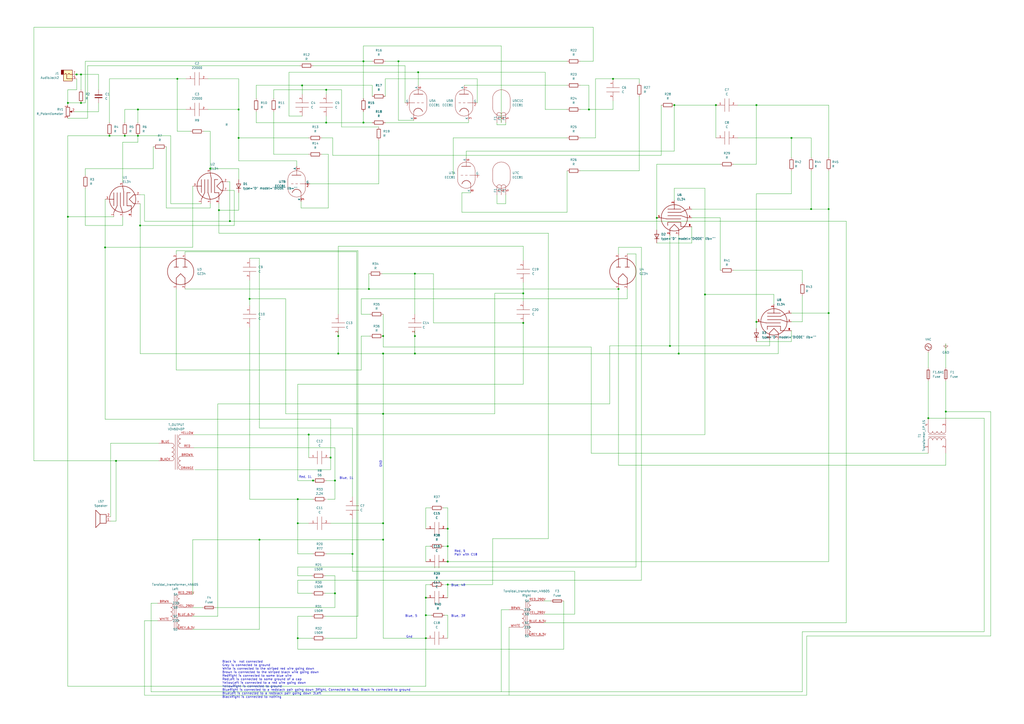
<source format=kicad_sch>
(kicad_sch (version 20211123) (generator eeschema)
  (paper "A2")
  (title_block (title "Tube amplifier") (company "Richard Kraaijenhagen"))
  (lib_symbols
    (symbol "Connector:AudioJack2"
      (property "Reference" "J" (at 0 8.89 0))
      (property "Value" "AudioJack2" (at 0 6.35 0))
      (symbol "AudioJack2_1_1"
        (pin passive line (at 5.08 2.54 180) (length 2.54) (name "~") (number "S"))
        (pin passive line (at 5.08 0 180) (length 2.54) (name "~") (number "T"))
      )
    )
    (symbol "Device:C" (pin_numbers hide) (pin_names (offset 0.254))
      (property "Reference" "C" (at 0.635 2.54 0))
      (property "Value" "C" (at 0.635 -2.54 0))
      (symbol "C_1_1"
        (pin passive line (at 0 3.81 270) (length 2.794) (name "~") (number "1"))
        (pin passive line (at 0 -3.81 90) (length 2.794) (name "~") (number "2"))
      )
    )
    (symbol "Device:Fuse" (pin_numbers hide) (pin_names (offset 0))
      (property "Reference" "F" (at 2.032 0 90))
      (property "Value" "Fuse" (at -1.905 0 90))
      (symbol "Fuse_1_1"
        (pin passive line (at 0 3.81 270) (length 1.27) (name "~") (number "1"))
        (pin passive line (at 0 -3.81 90) (length 1.27) (name "~") (number "2"))
      )
    )
    (symbol "Device:R" (pin_numbers hide) (pin_names (offset 0))
      (property "Reference" "R" (at 2.032 0 90))
      (property "Value" "R" (at 0 0 90))
      (symbol "R_1_1"
        (pin passive line (at 0 3.81 270) (length 1.27) (name "~") (number "1"))
        (pin passive line (at 0 -3.81 90) (length 1.27) (name "~") (number "2"))
      )
    )
    (symbol "Device:R_Potentiometer" (pin_names (offset 1.016) hide)
      (property "Reference" "RV" (at -4.445 0 90))
      (property "Value" "R_Potentiometer" (at -2.54 0 90))
      (symbol "R_Potentiometer_1_1"
        (pin passive line (at 0 3.81 270) (length 1.27) (name "1") (number "1"))
        (pin passive line (at 3.81 0 180) (length 1.27) (name "2") (number "2"))
        (pin passive line (at 0 -3.81 90) (length 1.27) (name "3") (number "3"))
      )
    )
    (symbol "Device:Speaker" (pin_names (offset 0) hide)
      (property "Reference" "LS" (at 1.27 5.715 0))
      (property "Value" "Speaker" (at 1.27 3.81 0))
      (symbol "Speaker_1_1"
        (pin input line (at -5.08 0 0) (length 2.54) (name "1") (number "1"))
        (pin input line (at -5.08 -2.54 0) (length 2.54) (name "2") (number "2"))
      )
    )
    (symbol "Device:Transformer_1P_1S" (pin_names (offset 1.016) hide)
      (property "Reference" "T" (at 0 6.35 0))
      (property "Value" "Transformer_1P_1S" (at 0 -7.62 0))
      (symbol "Transformer_1P_1S_1_1"
        (pin passive line (at -10.16 5.08 0) (length 7.62) (name "AA") (number "1"))
        (pin passive line (at -10.16 -5.08 0) (length 7.62) (name "AB") (number "2"))
        (pin passive line (at 10.16 -5.08 180) (length 7.62) (name "SA") (number "3"))
        (pin passive line (at 10.16 5.08 180) (length 7.62) (name "SB") (number "4"))
      )
    )
    (symbol "Device:Transformer_1P_2S" (pin_names (offset 1.016) hide)
      (property "Reference" "T_OUTPUT" (at 0 15.875 0))
      (property "Value" "VDV6040P" (at 0 13.335 0))
      (symbol "Transformer_1P_2S_1_1"
        (pin passive line (at -10.16 -5.08 0) (length 7.62) (name "Black") (number "BLACK"))
        (pin passive line (at -10.16 5.08 0) (length 7.62) (name "BLUE") (number "BLUE"))
        (pin passive line (at 10.16 -2.54 180) (length 7.62) (name "BROWN") (number "BROWN"))
        (pin passive line (at 10.16 -10.16 180) (length 7.62) (name "SD") (number "ORANGE"))
        (pin passive line (at 10.16 2.54 180) (length 7.62) (name "SB") (number "RED"))
        (pin passive line (at 10.16 10.16 180) (length 7.62) (name "SA") (number "YELLOW"))
      )
    )
    (symbol "Simulation_SPICE:DIODE" (pin_numbers hide) (pin_names (offset 1.016) hide)
      (property "Reference" "D" (at 0 2.54 0))
      (property "Value" "DIODE" (at 0 -2.54 0))
      (symbol "DIODE_1_1"
        (pin passive line (at -3.81 0 0) (length 2.54) (name "A") (number "1"))
        (pin passive line (at 3.81 0 180) (length 2.54) (name "K") (number "2"))
      )
    )
    (symbol "Transformer_1P_2S_1" (pin_names (offset 1.016))
      (property "Reference" "T2" (at 0 15.875 0))
      (property "Value" "Transformer_1P_2S" (at 0 13.335 0))
      (symbol "Transformer_1P_2S_1_1_1"
        (pin passive line (at 10.16 -2.54 180) (length 7.62) (name "SC") (number "BLUE_6.3V"))
        (pin passive line (at -10.16 5.08 0) (length 7.62) (name "230") (number "BRWN"))
        (pin passive line (at 10.16 -10.16 180) (length 7.62) (name "SD") (number "GREY_6.3V"))
        (pin passive line (at 10.16 10.16 180) (length 7.62) (name "SA") (number "RED_290V"))
        (pin passive line (at -10.16 -5.08 0) (length 7.62) (name "230") (number "WHITE"))
        (pin passive line (at 10.16 2.54 180) (length 7.62) (name "SB") (number "YEL_290V"))
      )
    )
    (symbol "Valve:ECC81" (pin_names (offset 0))
      (property "Reference" "U" (at 3.302 7.874 0))
      (property "Value" "ECC81" (at 8.89 -7.62 0))
      (symbol "ECC81_1_1"
        (pin output line (at 0 10.16 270) (length 2.54) (name "A") (number "6"))
        (pin input line (at -7.62 0 0) (length 2.54) (name "G") (number "7"))
        (pin bidirectional line (at -2.54 -10.16 90) (length 2.54) (name "K") (number "8"))
      )
      (symbol "ECC81_2_1"
        (pin output line (at 0 10.16 270) (length 2.54) (name "A") (number "1"))
        (pin input line (at -7.62 0 0) (length 2.54) (name "G") (number "2"))
        (pin bidirectional line (at -2.54 -10.16 90) (length 2.54) (name "K") (number "3"))
      )
      (symbol "ECC81_3_1"
        (pin power_in line (at -2.54 -11.43 90) (length 5.08) (name "F1") (number "4"))
        (pin power_in line (at 2.54 -11.43 90) (length 5.08) (name "F1") (number "5"))
        (pin power_in line (at 0 -11.43 90) (length 5.08) (name "F2") (number "9"))
      )
    )
    (symbol "el34:EL34" (pin_names (offset 1.016))
      (property "Reference" "U" (at 3.81 11.43 0))
      (property "Value" "EL34" (at 3.81 8.89 0))
      (symbol "EL34_0_0"
        (pin passive line (at 10.16 5.08 180) (length 2.54) (name "~") (number "1"))
        (pin passive line (at -2.54 -10.16 90) (length 2.54) (name "~") (number "2"))
        (pin passive line (at 0 10.16 270) (length 2.54) (name "~") (number "3"))
        (pin passive line (at 10.16 0 180) (length 2.54) (name "~") (number "4"))
        (pin passive line (at -10.16 0 0) (length 2.54) (name "~") (number "5"))
        (pin passive line (at 2.54 -10.16 90) (length 2.54) (name "~") (number "7"))
        (pin passive line (at 10.16 -5.08 180) (length 2.54) (name "~") (number "8"))
      )
    )
    (symbol "gz34:GZ34" (pin_names (offset 1.016))
      (property "Reference" "U" (at 3.81 11.43 0))
      (property "Value" "GZ34" (at 3.81 8.89 0))
      (symbol "GZ34_0_0"
        (pin passive line (at -2.54 -10.16 90) (length 2.54) (name "~") (number "1"))
        (pin passive line (at 2.54 -10.16 90) (length 2.54) (name "~") (number "2"))
        (pin passive line (at -2.54 10.16 270) (length 2.54) (name "~") (number "3"))
        (pin passive line (at 2.54 10.16 270) (length 2.54) (name "~") (number "4"))
      )
    )
    (symbol "power:GND" (power) (pin_names (offset 0))
      (property "Value" "GND" (at 0 -3.81 0))
      (symbol "GND_1_1"
        (pin power_in line (at 0 0 270) (length 0) hide (name "GND") (number "1"))
      )
    )
    (symbol "power:VAC" (power) (pin_names (offset 0))
      (property "Value" "VAC" (at 0 6.35 0))
      (symbol "VAC_1_1"
        (pin power_in line (at 0 0 90) (length 0) hide (name "VAC") (number "1"))
      )
    )
    (symbol "pspice:C" (pin_names (offset 0.254))
      (property "Reference" "C" (at 2.54 3.81 90))
      (property "Value" "C" (at 2.54 -3.81 90))
      (symbol "C_1_1"
        (pin passive line (at 0 6.35 270) (length 5.08) (name "~") (number "1"))
        (pin passive line (at 0 -6.35 90) (length 5.08) (name "~") (number "2"))
      )
    )
  )
  (junction (at 303.53 170.18))
  (junction (at 63.5 78.74))
  (junction (at 72.39 78.74))
  (junction (at 175.26 49.53))
  (junction (at 247.015 370.205))
  (junction (at 172.72 370.205))
  (junction (at 259.715 316.865))
  (junction (at 210.82 71.12))
  (junction (at 259.715 325.755))
  (junction (at 138.43 80.01))
  (junction (at 189.23 52.07))
  (junction (at 172.72 289.56))
  (junction (at 381 126.365))
  (junction (at 80.01 63.5))
  (junction (at 172.72 303.53))
  (junction (at 393.7 205.105))
  (junction (at 355.6 45.72))
  (junction (at 538.48 242.57))
  (junction (at 213.995 167.64))
  (junction (at 181.61 278.765))
  (junction (at 210.82 35.56))
  (junction (at 80.01 78.74))
  (junction (at 121.92 97.79))
  (junction (at 81.28 130.81))
  (junction (at 459.105 80.01))
  (junction (at 191.77 265.43))
  (junction (at 548.64 238.76))
  (junction (at 204.47 321.31))
  (junction (at 480.695 181.61))
  (junction (at 438.785 186.69))
  (junction (at 259.715 339.09))
  (junction (at 408.94 170.815))
  (junction (at 259.715 306.705))
  (junction (at 196.215 205.105))
  (junction (at 46.99 59.69))
  (junction (at 138.43 63.5))
  (junction (at 194.31 344.17))
  (junction (at 133.35 128.27))
  (junction (at 102.87 45.72))
  (junction (at 240.665 194.945))
  (junction (at 39.37 125.73))
  (junction (at 179.07 252.095))
  (junction (at 240.665 205.105))
  (junction (at 39.37 59.69))
  (junction (at 240.665 158.75))
  (junction (at 222.25 303.53))
  (junction (at 470.535 121.285))
  (junction (at 150.495 313.055))
  (junction (at 194.31 278.765))
  (junction (at 222.25 205.105))
  (junction (at 242.57 41.91))
  (junction (at 388.62 200.66))
  (junction (at 438.785 60.96))
  (junction (at 222.25 313.055))
  (junction (at 358.775 167.64))
  (junction (at 341.63 63.5))
  (junction (at 222.25 240.03))
  (junction (at 222.25 194.945))
  (junction (at 144.78 173.355))
  (junction (at 247.015 346.71))
  (junction (at 247.015 356.87))
  (junction (at 60.96 143.51))
  (junction (at 67.31 267.335))
  (junction (at 44.45 43.18))
  (junction (at 127 121.92))
  (junction (at 46.99 43.18))
  (junction (at 303.53 187.325))
  (junction (at 189.23 71.12))
  (junction (at 391.16 60.96))
  (junction (at 415.29 60.96))
  (junction (at 196.215 194.945))
  (junction (at 231.14 35.56))
  (junction (at 480.695 121.285))
  (wire (pts (xy 138.43 121.92) (xy 127 121.92)))
  (wire (pts (xy 158.75 57.15) (xy 158.75 52.07)))
  (wire (pts (xy 242.57 41.91) (xy 316.23 41.91)))
  (wire (pts (xy 438.785 198.12) (xy 459.105 198.12)))
  (wire (pts (xy 99.06 78.74) (xy 80.01 78.74)))
  (wire (pts (xy 240.665 205.105) (xy 222.25 205.105)))
  (wire (pts (xy 138.43 45.72) (xy 120.65 45.72)))
  (wire (pts (xy 204.47 331.47) (xy 204.47 321.31)))
  (wire (pts (xy 186.69 89.535) (xy 190.5 89.535)))
  (wire (pts (xy 179.07 252.095) (xy 179.07 265.43)))
  (wire (pts (xy 353.695 200.66) (xy 353.695 234.315)))
  (wire (pts (xy 83.82 128.27) (xy 83.82 113.03)))
  (wire (pts (xy 240.665 158.75) (xy 240.665 182.245)))
  (wire (pts (xy 251.46 158.75) (xy 240.665 158.75)))
  (wire (pts (xy 60.96 243.205) (xy 60.96 143.51)))
  (wire (pts (xy 336.55 80.01) (xy 345.44 80.01)))
  (wire (pts (xy 438.785 112.395) (xy 438.785 186.69)))
  (wire (pts (xy 257.175 316.865) (xy 259.715 316.865)))
  (wire (pts (xy 172.72 289.56) (xy 181.61 289.56)))
  (wire (pts (xy 172.72 303.53) (xy 172.72 289.56)))
  (wire (pts (xy 344.17 35.56) (xy 336.55 35.56)))
  (wire (pts (xy 102.87 45.72) (xy 107.95 45.72)))
  (wire (pts (xy 49.53 97.79) (xy 49.53 101.6)))
  (wire (pts (xy 172.72 328.93) (xy 368.935 328.93)))
  (wire (pts (xy 63.5 78.74) (xy 72.39 78.74)))
  (wire (pts (xy 210.82 64.77) (xy 210.82 71.12)))
  (wire (pts (xy 341.63 63.5) (xy 355.6 63.5)))
  (wire (pts (xy 179.07 252.095) (xy 408.94 252.095)))
  (wire (pts (xy 247.015 398.145) (xy 247.015 370.205)))
  (wire (pts (xy 257.175 294.64) (xy 259.715 294.64)))
  (wire (pts (xy 158.75 52.07) (xy 189.23 52.07)))
  (wire (pts (xy 194.31 289.56) (xy 194.31 278.765)))
  (wire (pts (xy 570.865 366.395) (xy 570.865 242.57)))
  (wire (pts (xy 222.25 240.03) (xy 222.25 303.53)))
  (wire (pts (xy 87.63 401.32) (xy 465.455 401.32)))
  (wire (pts (xy 459.105 80.01) (xy 470.535 80.01)))
  (wire (pts (xy 138.43 80.01) (xy 179.07 80.01)))
  (wire (pts (xy 127 121.92) (xy 127 135.255)))
  (wire (pts (xy 191.77 265.43) (xy 191.77 243.205)))
  (wire (pts (xy 44.45 43.18) (xy 46.99 43.18)))
  (wire (pts (xy 150.495 365.125) (xy 150.495 313.055)))
  (wire (pts (xy 341.63 49.53) (xy 341.63 63.5)))
  (wire (pts (xy 111.76 143.51) (xy 60.96 143.51)))
  (wire (pts (xy 358.775 147.32) (xy 358.775 143.51)))
  (wire (pts (xy 43.18 43.18) (xy 44.45 43.18)))
  (wire (pts (xy 207.645 357.505) (xy 188.595 357.505)))
  (wire (pts (xy 71.12 130.81) (xy 71.12 125.73)))
  (wire (pts (xy 196.215 191.77) (xy 196.215 194.945)))
  (wire (pts (xy 210.82 35.56) (xy 210.82 57.15)))
  (wire (pts (xy 196.215 182.245) (xy 196.215 142.875)))
  (wire (pts (xy 49.53 97.79) (xy 88.9 97.79)))
  (wire (pts (xy 240.665 191.77) (xy 240.665 194.945)))
  (wire (pts (xy 172.72 278.765) (xy 172.72 222.885)))
  (wire (pts (xy 287.02 170.18) (xy 303.53 170.18)))
  (wire (pts (xy 408.94 170.815) (xy 448.945 170.815)))
  (wire (pts (xy 250.19 356.87) (xy 247.015 356.87)))
  (wire (pts (xy 138.43 63.5) (xy 138.43 80.01)))
  (wire (pts (xy 222.25 205.105) (xy 222.25 240.03)))
  (wire (pts (xy 355.6 63.5) (xy 355.6 58.42)))
  (wire (pts (xy 388.62 200.66) (xy 446.405 200.66)))
  (wire (pts (xy 465.455 366.395) (xy 570.865 366.395)))
  (wire (pts (xy 223.52 45.72) (xy 223.52 55.88)))
  (wire (pts (xy 480.695 181.61) (xy 480.695 325.755)))
  (wire (pts (xy 172.72 222.885) (xy 303.53 222.885)))
  (wire (pts (xy 188.595 370.205) (xy 207.01 370.205)))
  (wire (pts (xy 127 121.92) (xy 127 118.11)))
  (wire (pts (xy 190.5 120.65) (xy 174.625 120.65)))
  (wire (pts (xy 210.82 35.56) (xy 215.9 35.56)))
  (wire (pts (xy 138.43 80.01) (xy 138.43 93.345)))
  (wire (pts (xy 172.72 344.17) (xy 180.975 344.17)))
  (wire (pts (xy 63.5 78.74) (xy 39.37 78.74)))
  (wire (pts (xy 144.78 173.355) (xy 144.78 177.165)))
  (wire (pts (xy 167.64 41.91) (xy 167.64 67.31)))
  (wire (pts (xy 39.37 398.145) (xy 247.015 398.145)))
  (wire (pts (xy 120.65 63.5) (xy 138.43 63.5)))
  (wire (pts (xy 345.44 80.01) (xy 345.44 45.72)))
  (wire (pts (xy 172.72 370.205) (xy 180.975 370.205)))
  (wire (pts (xy 383.54 90.17) (xy 383.54 60.96)))
  (wire (pts (xy 345.44 45.72) (xy 355.6 45.72)))
  (wire (pts (xy 138.43 45.72) (xy 138.43 63.5)))
  (wire (pts (xy 370.84 55.88) (xy 370.84 99.06)))
  (wire (pts (xy 318.135 135.255) (xy 318.135 312.42)))
  (wire (pts (xy 341.63 63.5) (xy 336.55 63.5)))
  (wire (pts (xy 165.735 173.355) (xy 165.735 240.03)))
  (wire (pts (xy 80.01 63.5) (xy 107.95 63.5)))
  (wire (pts (xy 408.94 170.815) (xy 408.94 109.22)))
  (wire (pts (xy 548.64 262.89) (xy 548.64 269.875)))
  (wire (pts (xy 368.935 147.32) (xy 363.855 147.32)))
  (wire (pts (xy 67.31 302.26) (xy 67.31 267.335)))
  (wire (pts (xy 381 140.97) (xy 401.32 140.97)))
  (wire (pts (xy 44.45 52.07) (xy 44.45 45.72)))
  (wire (pts (xy 181.61 321.31) (xy 172.72 321.31)))
  (wire (pts (xy 222.25 303.53) (xy 222.25 313.055)))
  (wire (pts (xy 465.455 156.845) (xy 465.455 163.83)))
  (wire (pts (xy 303.53 142.875) (xy 303.53 151.13)))
  (wire (pts (xy 88.9 97.79) (xy 88.9 85.09)))
  (wire (pts (xy 247.015 356.87) (xy 247.015 370.205)))
  (wire (pts (xy 467.995 403.225) (xy 467.995 368.935)))
  (wire (pts (xy 342.9 201.295) (xy 222.25 201.295)))
  (wire (pts (xy 448.945 170.815) (xy 448.945 176.53)))
  (wire (pts (xy 333.375 331.47) (xy 204.47 331.47)))
  (wire (pts (xy 127 135.255) (xy 318.135 135.255)))
  (wire (pts (xy 102.235 145.415) (xy 102.235 147.32)))
  (wire (pts (xy 222.25 201.295) (xy 222.25 194.945)))
  (wire (pts (xy 223.52 45.72) (xy 276.86 45.72)))
  (wire (pts (xy 459.105 198.12) (xy 459.105 191.77)))
  (wire (pts (xy 333.375 331.47) (xy 333.375 356.235)))
  (wire (pts (xy 363.855 173.355) (xy 209.55 173.355)))
  (wire (pts (xy 135.89 110.49) (xy 132.08 110.49)))
  (wire (pts (xy 49.53 130.81) (xy 71.12 130.81)))
  (wire (pts (xy 49.53 35.56) (xy 210.82 35.56)))
  (wire (pts (xy 251.46 187.325) (xy 251.46 158.75)))
  (wire (pts (xy 181.61 278.765) (xy 182.245 278.765)))
  (wire (pts (xy 210.82 26.67) (xy 210.82 35.56)))
  (wire (pts (xy 213.995 167.64) (xy 358.775 167.64)))
  (wire (pts (xy 316.23 41.91) (xy 316.23 63.5)))
  (wire (pts (xy 393.7 136.525) (xy 393.7 205.105)))
  (wire (pts (xy 490.855 128.27) (xy 490.855 361.315)))
  (wire (pts (xy 209.55 194.945) (xy 209.55 214.63)))
  (wire (pts (xy 186.69 80.01) (xy 193.04 80.01)))
  (wire (pts (xy 193.04 80.01) (xy 193.04 90.17)))
  (wire (pts (xy 191.77 303.53) (xy 222.25 303.53)))
  (wire (pts (xy 328.93 99.06) (xy 328.93 123.19)))
  (wire (pts (xy 295.275 363.855) (xy 295.275 403.225)))
  (wire (pts (xy 112.395 259.715) (xy 194.31 259.715)))
  (wire (pts (xy 287.02 240.03) (xy 287.02 170.18)))
  (wire (pts (xy 388.62 200.66) (xy 353.695 200.66)))
  (wire (pts (xy 138.43 93.345) (xy 172.085 93.345)))
  (wire (pts (xy 267.97 111.76) (xy 273.05 111.76)))
  (wire (pts (xy 538.48 242.57) (xy 570.865 242.57)))
  (wire (pts (xy 548.64 220.98) (xy 548.64 238.76)))
  (wire (pts (xy 370.84 45.72) (xy 370.84 48.26)))
  (wire (pts (xy 459.105 80.01) (xy 459.105 91.44)))
  (wire (pts (xy 80.01 63.5) (xy 72.39 63.5)))
  (wire (pts (xy 46.99 43.18) (xy 46.99 52.07)))
  (wire (pts (xy 179.07 303.53) (xy 172.72 303.53)))
  (wire (pts (xy 107.315 167.64) (xy 213.995 167.64)))
  (wire (pts (xy 180.975 357.505) (xy 172.72 357.505)))
  (wire (pts (xy 327.025 376.555) (xy 172.72 376.555)))
  (wire (pts (xy 303.53 170.18) (xy 303.53 174.625)))
  (wire (pts (xy 196.215 142.875) (xy 303.53 142.875)))
  (wire (pts (xy 538.48 220.98) (xy 538.48 242.57)))
  (wire (pts (xy 328.93 80.01) (xy 262.89 80.01)))
  (wire (pts (xy 148.59 49.53) (xy 175.26 49.53)))
  (wire (pts (xy 135.89 130.81) (xy 81.28 130.81)))
  (wire (pts (xy 276.86 59.69) (xy 276.86 45.72)))
  (wire (pts (xy 67.31 267.335) (xy 19.685 267.335)))
  (wire (pts (xy 135.89 110.49) (xy 135.89 130.81)))
  (wire (pts (xy 39.37 125.73) (xy 66.04 125.73)))
  (wire (pts (xy 96.52 85.09) (xy 96.52 120.65)))
  (wire (pts (xy 288.29 113.03) (xy 288.29 118.11)))
  (wire (pts (xy 219.71 106.68) (xy 219.71 81.28)))
  (wire (pts (xy 344.17 15.875) (xy 344.17 35.56)))
  (wire (pts (xy 270.51 87.63) (xy 391.16 87.63)))
  (wire (pts (xy 111.76 344.805) (xy 111.76 313.055)))
  (wire (pts (xy 427.99 60.96) (xy 438.785 60.96)))
  (wire (pts (xy 172.72 334.01) (xy 172.72 328.93)))
  (wire (pts (xy 158.75 64.77) (xy 158.75 89.535)))
  (wire (pts (xy 150.495 149.86) (xy 150.495 248.285)))
  (wire (pts (xy 87.63 349.885) (xy 87.63 401.32)))
  (wire (pts (xy 222.25 313.055) (xy 222.25 370.205)))
  (wire (pts (xy 148.59 57.15) (xy 148.59 49.53)))
  (wire (pts (xy 144.78 289.56) (xy 144.78 189.865)))
  (wire (pts (xy 81.28 130.81) (xy 81.28 205.105)))
  (wire (pts (xy 293.37 72.39) (xy 293.37 71.12)))
  (wire (pts (xy 194.31 259.715) (xy 194.31 278.765)))
  (wire (pts (xy 271.78 71.12) (xy 271.78 69.85)))
  (wire (pts (xy 259.715 316.865) (xy 259.715 325.755)))
  (wire (pts (xy 190.5 89.535) (xy 190.5 120.65)))
  (wire (pts (xy 259.715 339.09) (xy 259.715 346.71)))
  (wire (pts (xy 425.45 156.845) (xy 465.455 156.845)))
  (wire (pts (xy 189.23 321.31) (xy 204.47 321.31)))
  (wire (pts (xy 393.7 205.105) (xy 451.485 205.105)))
  (wire (pts (xy 295.275 353.695) (xy 290.83 353.695)))
  (wire (pts (xy 262.89 80.01) (xy 262.89 101.6)))
  (wire (pts (xy 391.16 87.63) (xy 391.16 60.96)))
  (wire (pts (xy 204.47 288.29) (xy 204.47 248.285)))
  (wire (pts (xy 417.83 126.365) (xy 417.83 156.845)))
  (wire (pts (xy 210.82 71.12) (xy 215.9 71.12)))
  (wire (pts (xy 57.15 64.77) (xy 43.18 64.77)))
  (wire (pts (xy 107.315 146.05) (xy 107.315 147.32)))
  (wire (pts (xy 188.595 334.01) (xy 194.31 334.01)))
  (wire (pts (xy 247.015 306.705) (xy 247.015 294.64)))
  (wire (pts (xy 214.63 194.945) (xy 209.55 194.945)))
  (wire (pts (xy 81.28 130.81) (xy 81.28 118.11)))
  (wire (pts (xy 189.23 52.07) (xy 198.12 52.07)))
  (wire (pts (xy 46.99 59.69) (xy 49.53 59.69)))
  (wire (pts (xy 548.64 199.39) (xy 548.64 213.36)))
  (wire (pts (xy 267.97 123.19) (xy 267.97 111.76)))
  (wire (pts (xy 172.085 93.345) (xy 172.085 96.52)))
  (wire (pts (xy 288.29 71.12) (xy 288.29 72.39)))
  (wire (pts (xy 401.32 140.97) (xy 401.32 131.445)))
  (wire (pts (xy 240.665 194.945) (xy 240.665 205.105)))
  (wire (pts (xy 39.37 52.07) (xy 39.37 59.69)))
  (wire (pts (xy 174.625 120.65) (xy 174.625 116.84)))
  (wire (pts (xy 259.715 306.705) (xy 259.715 316.865)))
  (wire (pts (xy 198.12 73.66) (xy 219.71 73.66)))
  (wire (pts (xy 50.8 38.1) (xy 173.99 38.1)))
  (wire (pts (xy 121.92 97.79) (xy 121.92 99.06)))
  (wire (pts (xy 150.495 313.055) (xy 222.25 313.055)))
  (wire (pts (xy 60.96 143.51) (xy 60.96 115.57)))
  (wire (pts (xy 133.35 128.27) (xy 490.855 128.27)))
  (wire (pts (xy 303.53 187.325) (xy 303.53 222.885)))
  (wire (pts (xy 83.82 113.03) (xy 81.28 113.03)))
  (wire (pts (xy 71.12 82.55) (xy 71.12 105.41)))
  (wire (pts (xy 167.64 67.31) (xy 175.26 67.31)))
  (wire (pts (xy 290.83 26.67) (xy 290.83 71.12)))
  (wire (pts (xy 39.37 68.58) (xy 50.8 68.58)))
  (wire (pts (xy 80.01 78.74) (xy 72.39 78.74)))
  (wire (pts (xy 92.075 267.335) (xy 67.31 267.335)))
  (wire (pts (xy 102.87 76.2) (xy 110.49 76.2)))
  (wire (pts (xy 57.15 59.69) (xy 57.15 64.77)))
  (wire (pts (xy 49.53 109.22) (xy 49.53 130.81)))
  (wire (pts (xy 209.55 173.355) (xy 209.55 182.245)))
  (wire (pts (xy 207.01 370.205) (xy 207.01 146.05)))
  (wire (pts (xy 138.43 97.79) (xy 138.43 104.14)))
  (wire (pts (xy 133.35 128.27) (xy 83.82 128.27)))
  (wire (pts (xy 165.735 240.03) (xy 222.25 240.03)))
  (wire (pts (xy 172.72 321.31) (xy 172.72 303.53)))
  (wire (pts (xy 113.03 272.415) (xy 191.77 272.415)))
  (wire (pts (xy 465.455 171.45) (xy 465.455 186.69)))
  (wire (pts (xy 209.55 182.245) (xy 214.63 182.245)))
  (wire (pts (xy 19.685 15.875) (xy 344.17 15.875)))
  (wire (pts (xy 427.99 80.01) (xy 459.105 80.01)))
  (wire (pts (xy 438.785 186.69) (xy 438.785 190.5)))
  (wire (pts (xy 381 126.365) (xy 381 95.25)))
  (wire (pts (xy 231.14 35.56) (xy 328.93 35.56)))
  (wire (pts (xy 194.31 334.01) (xy 194.31 344.17)))
  (wire (pts (xy 132.08 105.41) (xy 133.35 105.41)))
  (wire (pts (xy 381 95.25) (xy 417.83 95.25)))
  (wire (pts (xy 401.32 126.365) (xy 417.83 126.365)))
  (wire (pts (xy 336.55 49.53) (xy 341.63 49.53)))
  (wire (pts (xy 112.395 252.095) (xy 179.07 252.095)))
  (wire (pts (xy 408.94 252.095) (xy 408.94 170.815)))
  (wire (pts (xy 57.15 43.18) (xy 57.15 52.07)))
  (wire (pts (xy 196.215 205.105) (xy 222.25 205.105)))
  (wire (pts (xy 175.26 49.53) (xy 175.26 54.61)))
  (wire (pts (xy 189.23 52.07) (xy 189.23 54.61)))
  (wire (pts (xy 408.94 109.22) (xy 391.16 109.22)))
  (wire (pts (xy 290.83 353.695) (xy 290.83 401.32)))
  (wire (pts (xy 328.93 123.19) (xy 267.97 123.19)))
  (wire (pts (xy 303.53 187.325) (xy 251.46 187.325)))
  (wire (pts (xy 368.935 328.93) (xy 368.935 147.32)))
  (wire (pts (xy 285.75 312.42) (xy 285.75 339.09)))
  (wire (pts (xy 316.23 63.5) (xy 328.93 63.5)))
  (wire (pts (xy 144.78 173.355) (xy 165.735 173.355)))
  (wire (pts (xy 148.59 71.12) (xy 189.23 71.12)))
  (wire (pts (xy 172.72 278.765) (xy 181.61 278.765)))
  (wire (pts (xy 222.25 370.205) (xy 247.015 370.205)))
  (wire (pts (xy 83.82 403.225) (xy 467.995 403.225)))
  (wire (pts (xy 133.35 105.41) (xy 133.35 128.27)))
  (wire (pts (xy 72.39 63.5) (xy 72.39 71.12)))
  (wire (pts (xy 189.23 71.12) (xy 189.23 67.31)))
  (wire (pts (xy 470.535 99.06) (xy 470.535 121.285)))
  (wire (pts (xy 181.61 38.1) (xy 234.95 38.1)))
  (wire (pts (xy 39.37 125.73) (xy 39.37 398.145)))
  (wire (pts (xy 99.06 118.11) (xy 99.06 78.74)))
  (wire (pts (xy 111.76 352.425) (xy 117.475 352.425)))
  (wire (pts (xy 355.6 45.72) (xy 370.84 45.72)))
  (wire (pts (xy 247.015 346.71) (xy 247.015 356.87)))
  (wire (pts (xy 223.52 35.56) (xy 231.14 35.56)))
  (wire (pts (xy 49.53 59.69) (xy 49.53 35.56)))
  (wire (pts (xy 465.455 401.32) (xy 465.455 366.395)))
  (wire (pts (xy 189.23 71.12) (xy 210.82 71.12)))
  (wire (pts (xy 548.64 238.76) (xy 548.64 242.57)))
  (wire (pts (xy 451.485 205.105) (xy 451.485 196.85)))
  (wire (pts (xy 259.715 356.87) (xy 259.715 370.205)))
  (wire (pts (xy 391.16 109.22) (xy 391.16 116.205)))
  (wire (pts (xy 63.5 45.72) (xy 63.5 71.12)))
  (wire (pts (xy 470.535 80.01) (xy 470.535 91.44)))
  (wire (pts (xy 209.55 214.63) (xy 102.235 214.63)))
  (wire (pts (xy 118.11 76.2) (xy 121.92 76.2)))
  (wire (pts (xy 46.99 43.18) (xy 57.15 43.18)))
  (wire (pts (xy 415.29 60.96) (xy 415.29 80.01)))
  (wire (pts (xy 480.695 121.285) (xy 480.695 99.06)))
  (wire (pts (xy 342.9 262.89) (xy 342.9 201.295)))
  (wire (pts (xy 249.555 339.09) (xy 247.015 339.09)))
  (wire (pts (xy 102.235 145.415) (xy 207.645 145.415)))
  (wire (pts (xy 191.77 243.205) (xy 60.96 243.205)))
  (wire (pts (xy 204.47 300.99) (xy 204.47 321.31)))
  (wire (pts (xy 191.77 272.415) (xy 191.77 265.43)))
  (wire (pts (xy 288.29 118.11) (xy 293.37 118.11)))
  (wire (pts (xy 222.25 240.03) (xy 287.02 240.03)))
  (wire (pts (xy 247.015 294.64) (xy 249.555 294.64)))
  (wire (pts (xy 189.865 289.56) (xy 194.31 289.56)))
  (wire (pts (xy 111.76 365.125) (xy 150.495 365.125)))
  (wire (pts (xy 470.535 121.285) (xy 480.695 121.285)))
  (wire (pts (xy 111.76 107.95) (xy 111.76 143.51)))
  (wire (pts (xy 172.72 289.56) (xy 144.78 289.56)))
  (wire (pts (xy 467.995 368.935) (xy 574.675 368.935)))
  (wire (pts (xy 91.44 360.045) (xy 83.82 360.045)))
  (wire (pts (xy 102.235 214.63) (xy 102.235 167.64)))
  (wire (pts (xy 179.705 106.68) (xy 219.71 106.68)))
  (wire (pts (xy 172.72 357.505) (xy 172.72 370.205)))
  (wire (pts (xy 175.26 49.53) (xy 215.9 49.53)))
  (wire (pts (xy 39.37 78.74) (xy 39.37 125.73)))
  (wire (pts (xy 64.135 257.175) (xy 92.075 257.175)))
  (wire (pts (xy 231.14 35.56) (xy 231.14 69.85)))
  (wire (pts (xy 222.25 182.245) (xy 222.25 194.945)))
  (wire (pts (xy 425.45 95.25) (xy 438.785 95.25)))
  (wire (pts (xy 247.015 325.755) (xy 247.015 316.865)))
  (wire (pts (xy 189.23 278.765) (xy 194.31 278.765)))
  (wire (pts (xy 333.375 356.235) (xy 315.595 356.235)))
  (wire (pts (xy 490.855 361.315) (xy 315.595 361.315)))
  (wire (pts (xy 223.52 71.12) (xy 271.78 71.12)))
  (wire (pts (xy 180.975 334.01) (xy 172.72 334.01)))
  (wire (pts (xy 207.01 146.05) (xy 107.315 146.05)))
  (wire (pts (xy 538.48 262.89) (xy 342.9 262.89)))
  (wire (pts (xy 318.135 312.42) (xy 285.75 312.42)))
  (wire (pts (xy 459.105 99.06) (xy 459.105 112.395)))
  (wire (pts (xy 63.5 45.72) (xy 102.87 45.72)))
  (wire (pts (xy 39.37 59.69) (xy 39.37 60.96)))
  (wire (pts (xy 459.105 181.61) (xy 480.695 181.61)))
  (wire (pts (xy 293.37 118.11) (xy 293.37 113.03)))
  (wire (pts (xy 372.11 143.51) (xy 372.11 336.55)))
  (wire (pts (xy 269.24 49.53) (xy 328.93 49.53)))
  (wire (pts (xy 213.995 158.75) (xy 213.995 167.64)))
  (wire (pts (xy 102.87 45.72) (xy 102.87 76.2)))
  (wire (pts (xy 315.595 348.615) (xy 319.405 348.615)))
  (wire (pts (xy 257.81 356.87) (xy 259.715 356.87)))
  (wire (pts (xy 231.14 69.85) (xy 240.03 69.85)))
  (wire (pts (xy 574.675 368.935) (xy 574.675 238.76)))
  (wire (pts (xy 353.695 234.315) (xy 126.365 234.315)))
  (wire (pts (xy 150.495 248.285) (xy 204.47 248.285)))
  (wire (pts (xy 46.99 59.69) (xy 39.37 59.69)))
  (wire (pts (xy 116.84 118.11) (xy 99.06 118.11)))
  (wire (pts (xy 91.44 349.885) (xy 87.63 349.885)))
  (wire (pts (xy 259.715 325.755) (xy 480.695 325.755)))
  (wire (pts (xy 480.695 121.285) (xy 480.695 181.61)))
  (wire (pts (xy 207.645 145.415) (xy 207.645 357.505)))
  (wire (pts (xy 111.76 313.055) (xy 150.495 313.055)))
  (wire (pts (xy 126.365 357.505) (xy 111.76 357.505)))
  (wire (pts (xy 80.01 82.55) (xy 80.01 78.74)))
  (wire (pts (xy 121.92 120.65) (xy 121.92 118.11)))
  (wire (pts (xy 247.015 339.09) (xy 247.015 346.71)))
  (wire (pts (xy 381 126.365) (xy 381 133.35)))
  (wire (pts (xy 303.53 163.83) (xy 303.53 170.18)))
  (wire (pts (xy 358.775 143.51) (xy 372.11 143.51)))
  (wire (pts (xy 158.75 89.535) (xy 179.07 89.535)))
  (wire (pts (xy 242.57 41.91) (xy 167.64 41.91)))
  (wire (pts (xy 438.785 60.96) (xy 480.695 60.96)))
  (wire (pts (xy 121.92 76.2) (xy 121.92 97.79)))
  (wire (pts (xy 172.72 336.55) (xy 172.72 344.17)))
  (wire (pts (xy 459.105 112.395) (xy 438.785 112.395)))
  (wire (pts (xy 138.43 111.76) (xy 138.43 121.92)))
  (wire (pts (xy 465.455 186.69) (xy 459.105 186.69)))
  (wire (pts (xy 210.82 26.67) (xy 290.83 26.67)))
  (wire (pts (xy 234.95 38.1) (xy 234.95 59.69)))
  (wire (pts (xy 194.31 344.17) (xy 188.595 344.17)))
  (wire (pts (xy 288.29 72.39) (xy 293.37 72.39)))
  (wire (pts (xy 363.855 167.64) (xy 363.855 173.355)))
  (wire (pts (xy 83.82 360.045) (xy 83.82 403.225)))
  (wire (pts (xy 172.72 376.555) (xy 172.72 370.205)))
  (wire (pts (xy 358.775 167.64) (xy 358.775 269.875)))
  (wire (pts (xy 240.665 205.105) (xy 393.7 205.105)))
  (wire (pts (xy 401.32 121.285) (xy 470.535 121.285)))
  (wire (pts (xy 327.025 348.615) (xy 327.025 376.555)))
  (wire (pts (xy 270.51 91.44) (xy 270.51 87.63)))
  (wire (pts (xy 247.015 316.865) (xy 249.555 316.865)))
  (wire (pts (xy 221.615 158.75) (xy 240.665 158.75)))
  (wire (pts (xy 193.04 90.17) (xy 383.54 90.17)))
  (wire (pts (xy 80.01 63.5) (xy 80.01 71.12)))
  (wire (pts (xy 19.685 267.335) (xy 19.685 15.875)))
  (wire (pts (xy 96.52 120.65) (xy 121.92 120.65)))
  (wire (pts (xy 148.59 64.77) (xy 148.59 71.12)))
  (wire (pts (xy 121.92 97.79) (xy 138.43 97.79)))
  (wire (pts (xy 446.405 200.66) (xy 446.405 196.85)))
  (wire (pts (xy 64.135 299.72) (xy 64.135 257.175)))
  (wire (pts (xy 71.12 82.55) (xy 80.01 82.55)))
  (wire (pts (xy 144.78 162.56) (xy 144.78 173.355)))
  (wire (pts (xy 574.675 238.76) (xy 548.64 238.76)))
  (wire (pts (xy 391.16 60.96) (xy 415.29 60.96)))
  (wire (pts (xy 39.37 52.07) (xy 44.45 52.07)))
  (wire (pts (xy 538.48 204.47) (xy 538.48 213.36)))
  (wire (pts (xy 198.12 52.07) (xy 198.12 73.66)))
  (wire (pts (xy 358.775 269.875) (xy 548.64 269.875)))
  (wire (pts (xy 81.28 205.105) (xy 196.215 205.105)))
  (wire (pts (xy 196.215 194.945) (xy 196.215 205.105)))
  (wire (pts (xy 438.785 95.25) (xy 438.785 60.96)))
  (wire (pts (xy 64.135 302.26) (xy 67.31 302.26)))
  (wire (pts (xy 242.57 49.53) (xy 242.57 41.91)))
  (wire (pts (xy 370.84 99.06) (xy 336.55 99.06)))
  (wire (pts (xy 194.31 352.425) (xy 194.31 344.17)))
  (wire (pts (xy 50.8 68.58) (xy 50.8 38.1)))
  (wire (pts (xy 215.9 49.53) (xy 215.9 55.88)))
  (wire (pts (xy 126.365 234.315) (xy 126.365 357.505)))
  (wire (pts (xy 259.715 294.64) (xy 259.715 306.705)))
  (wire (pts (xy 125.095 352.425) (xy 194.31 352.425)))
  (wire (pts (xy 480.695 60.96) (xy 480.695 91.44)))
  (wire (pts (xy 150.495 149.86) (xy 144.78 149.86)))
  (wire (pts (xy 388.62 136.525) (xy 388.62 200.66)))
  (wire (pts (xy 285.75 339.09) (xy 259.715 339.09)))
  (wire (pts (xy 257.81 339.09) (xy 259.715 339.09)))
  (wire (pts (xy 372.11 336.55) (xy 172.72 336.55)))
  (text "GND" (at 221.615 271.145 90) (effects (font (size 1.27 1.27)) (justify left bottom)))
  (text "Blue, 5" (at 234.95 358.14 0) (effects (font (size 1.27 1.27)) (justify left bottom)))
  (text "Red, 1L" (at 173.355 277.495 0) (effects (font (size 1.27 1.27)) (justify left bottom)))
  (text "Red, 5\nPair with C18" (at 263.525 322.58 0) (effects (font (size 1.27 1.27)) (justify left bottom)))
  (text "Gnd\n" (at 235.585 370.205 0) (effects (font (size 1.27 1.27)) (justify left bottom)))
  (text "Blue, 4R" (at 261.62 340.36 0) (effects (font (size 1.27 1.27)) (justify left bottom)))
  (text "Black is  not connected\nGrey is connected to ground\nWhite is connected to the striped red wire going down\nBrown is connected to the striped black wire going down\nRedRight is connected to some blue wire\nRedLeft is connected to some ground of a cap\nYellowLeft is connected to a red wire going down\nYellowRight is connected to ground\nBlueRight is connected to a redblack pair going down 3Right. Connected to Red. Black is connected to ground\nBlueLeft is connected to a redblack pair going down 3Left\nBlackRight is connected to nothing" (at 128.905 405.13 0) (effects (font (size 1.27 1.27)) (justify left bottom)))
  (text "Blue, 3R" (at 261.62 358.14 0) (effects (font (size 1.27 1.27)) (justify left bottom)))
  (text "Blue, 1L" (at 196.85 278.13 0) (effects (font (size 1.27 1.27)) (justify left bottom)))
  (symbol (lib_id "Device:R") (at 210.82 60.96 0) (unit 1)
    (property "Reference" "R15" (at 213.36 59.6899 0) (effects (justify left)))
    (property "Value" "R" (at 213.36 62.2299 0) (effects (justify left)))
  )
  (symbol (lib_id "pspice:C") (at 355.6 52.07 0) (unit 1)
    (property "Reference" "C6" (at 360.68 50.7999 0) (effects (justify left)))
    (property "Value" "C" (at 360.68 53.3399 0) (effects (justify left)))
  )
  (symbol (lib_id "Device:R_Potentiometer") (at 39.37 64.77 0) (unit 1)
    (property "Reference" "RV1" (at 36.83 63.4999 0) (effects (justify right)))
    (property "Value" "R_Potentiometer" (at 36.83 66.0399 0) (effects (justify right)))
  )
  (symbol (lib_id "Device:R") (at 72.39 74.93 0) (unit 1)
    (property "Reference" "R5" (at 74.93 73.6599 0) (effects (justify left)))
    (property "Value" "R" (at 74.93 76.1999 0) (effects (justify left)))
  )
  (symbol (lib_id "Device:R") (at 182.88 80.01 90) (unit 1)
    (property "Reference" "R13" (at 182.88 73.66 90))
    (property "Value" "R" (at 182.88 76.2 90))
  )
  (symbol (lib_id "Device:R") (at 254 356.87 90) (unit 1)
    (property "Reference" "R40" (at 254 350.52 90))
    (property "Value" "R" (at 254 353.06 90))
  )
  (symbol (lib_id "pspice:C") (at 303.53 157.48 180) (unit 1)
    (property "Reference" "C19" (at 308.61 156.2099 0) (effects (justify right)))
    (property "Value" "C" (at 308.61 158.7499 0) (effects (justify right)))
  )
  (symbol (lib_id "Device:R") (at 332.74 63.5 90) (unit 1)
    (property "Reference" "R24" (at 332.74 57.15 90))
    (property "Value" "R" (at 332.74 59.69 90))
  )
  (symbol (lib_id "Device:R") (at 332.74 80.01 90) (unit 1)
    (property "Reference" "R25" (at 332.74 73.66 90))
    (property "Value" "R" (at 332.74 76.2 90))
  )
  (symbol (lib_id "Device:R") (at 219.71 71.12 90) (unit 1)
    (property "Reference" "R18" (at 219.71 64.77 90))
    (property "Value" "R" (at 219.71 67.31 90))
  )
  (symbol (lib_id "Device:R") (at 46.99 55.88 0) (unit 1)
    (property "Reference" "R2" (at 49.53 54.6099 0) (effects (justify left)))
    (property "Value" "R" (at 49.53 57.1499 0) (effects (justify left)))
  )
  (symbol (lib_id "pspice:C") (at 204.47 294.64 0) (unit 1)
    (property "Reference" "C?" (at 208.915 293.3699 0) (effects (justify left)))
    (property "Value" "C" (at 208.915 295.9099 0) (effects (justify left)))
  )
  (symbol (lib_id "pspice:C") (at 185.42 303.53 90) (unit 1)
    (property "Reference" "C11" (at 185.42 294.64 90))
    (property "Value" "C" (at 185.42 297.18 90))
  )
  (symbol (lib_id "pspice:C") (at 144.78 156.21 0) (unit 1)
    (property "Reference" "C9" (at 149.86 154.9399 0) (effects (justify left)))
    (property "Value" "C" (at 149.86 157.4799 0) (effects (justify left)))
  )
  (symbol (lib_id "Device:R") (at 253.365 316.865 90) (unit 1)
    (property "Reference" "R38" (at 253.365 310.515 90))
    (property "Value" "R" (at 253.365 313.055 90))
  )
  (symbol (lib_name "Transformer_1P_2S_1") (lib_id "Device:Transformer_1P_2S") (at 101.6 354.965 0) (unit 1)
    (property "Reference" "Toroidal_transformer_4N605" (at 101.6 339.09 0))
    (property "Value" "Left" (at 101.6 341.63 0))
  )
  (symbol (lib_id "pspice:C") (at 421.64 60.96 90) (unit 1)
    (property "Reference" "C7" (at 421.64 52.07 90))
    (property "Value" "C" (at 421.64 54.61 90))
  )
  (symbol (lib_id "Device:R") (at 182.88 89.535 90) (unit 1)
    (property "Reference" "R14" (at 182.88 83.185 90))
    (property "Value" "R" (at 182.88 85.725 90))
  )
  (symbol (lib_id "pspice:C") (at 421.64 80.01 90) (unit 1)
    (property "Reference" "C8" (at 421.64 71.12 90))
    (property "Value" "C" (at 421.64 73.66 90))
  )
  (symbol (lib_id "pspice:C") (at 114.3 45.72 90) (unit 1)
    (property "Reference" "C2" (at 114.3 36.83 90))
    (property "Value" "22000" (at 114.3 39.37 90))
  )
  (symbol (lib_id "pspice:C") (at 253.365 370.205 90) (unit 1)
    (property "Reference" "C18" (at 253.365 361.315 90))
    (property "Value" "C" (at 253.365 363.855 90))
  )
  (symbol (lib_id "Device:R") (at 218.44 194.945 90) (unit 1)
    (property "Reference" "R36" (at 218.44 189.23 90))
    (property "Value" "R" (at 218.44 191.77 90))
  )
  (symbol (lib_id "Valve:ECC81") (at 290.83 59.69 0) (unit 3)
    (property "Reference" "U5C1" (at 297.18 58.4199 0) (effects (justify left)))
    (property "Value" "ECC81" (at 297.18 60.9599 0) (effects (justify left)))
    (property "Footprint" "Valve:Valve_Noval_P" (effects hide))
    (property "Datasheet" "http://www.r-type.org/pdfs/ecc81.pdf" (effects hide))
  )
  (symbol (lib_id "Device:R") (at 387.35 60.96 90) (unit 1)
    (property "Reference" "R28" (at 387.35 54.61 90))
    (property "Value" "R" (at 387.35 57.15 90))
  )
  (symbol (lib_id "gz34:GZ34") (at 104.775 157.48 0) (unit 1)
    (property "Reference" "U3" (at 114.3 156.2099 0) (effects (justify left)))
    (property "Value" "GZ34" (at 114.3 158.7499 0) (effects (justify left)))
    (property "Footprint" "OCTAL_BOTTOM" (effects hide))
  )
  (symbol (lib_id "Device:Fuse") (at 323.215 348.615 90) (unit 1)
    (property "Reference" "F3" (at 323.215 342.9 90))
    (property "Value" "Fuse" (at 323.215 345.44 90))
  )
  (symbol (lib_id "Device:R") (at 370.84 52.07 0) (unit 1)
    (property "Reference" "R27" (at 373.38 50.7999 0) (effects (justify left)))
    (property "Value" "R" (at 373.38 53.3399 0) (effects (justify left)))
  )
  (symbol (lib_id "pspice:C") (at 175.26 60.96 180) (unit 1)
    (property "Reference" "C4" (at 180.34 59.6899 0) (effects (justify right)))
    (property "Value" "C" (at 180.34 62.2299 0) (effects (justify right)))
  )
  (symbol (lib_id "pspice:C") (at 144.78 183.515 0) (unit 1)
    (property "Reference" "C10" (at 149.86 182.2449 0) (effects (justify left)))
    (property "Value" "C" (at 149.86 184.7849 0) (effects (justify left)))
  )
  (symbol (lib_id "Device:R") (at 184.785 357.505 90) (unit 1)
    (property "Reference" "R31" (at 184.785 351.79 90))
    (property "Value" "150R" (at 184.785 354.33 90))
  )
  (symbol (lib_id "el34:EL34") (at 121.92 107.95 90) (mirror x) (unit 1)
    (property "Reference" "U2" (at 121.9707 95.25 90) (effects (justify right)))
    (property "Value" "EL34" (at 121.9707 97.79 90) (effects (justify right)))
    (property "Footprint" "OCTAL_BOTTOM" (effects hide))
  )
  (symbol (lib_id "gz34:GZ34") (at 361.315 157.48 0) (unit 1)
    (property "Reference" "U4" (at 370.84 156.2099 0) (effects (justify left)))
    (property "Value" "GZ34" (at 370.84 158.7499 0) (effects (justify left)))
    (property "Footprint" "OCTAL_BOTTOM" (effects hide))
  )
  (symbol (lib_id "pspice:C") (at 196.215 188.595 0) (unit 1)
    (property "Reference" "C13" (at 200.66 187.3249 0) (effects (justify left)))
    (property "Value" "C" (at 200.66 189.8649 0) (effects (justify left)))
  )
  (symbol (lib_id "Valve:ECC81") (at 172.085 106.68 0) (mirror y) (unit 2)
    (property "Reference" "U7" (at 165.735 105.4099 0) (effects (justify left)))
    (property "Value" "ECC81" (at 165.735 107.9499 0) (effects (justify left)))
    (property "Footprint" "Valve:Valve_Noval_P" (effects hide))
    (property "Datasheet" "http://www.r-type.org/pdfs/ecc81.pdf" (effects hide))
  )
  (symbol (lib_id "Device:R") (at 219.71 77.47 180) (unit 1)
    (property "Reference" "R19" (at 222.25 76.1999 0) (effects (justify right)))
    (property "Value" "R" (at 222.25 78.7399 0) (effects (justify right)))
  )
  (symbol (lib_id "Device:Fuse") (at 538.48 217.17 0) (unit 1)
    (property "Reference" "F1.6A1" (at 541.02 215.8999 0) (effects (justify left)))
    (property "Value" "Fuse" (at 541.02 218.4399 0) (effects (justify left)))
  )
  (symbol (lib_id "Simulation_SPICE:DIODE") (at 381 137.16 270) (unit 1)
    (property "Reference" "D2" (at 383.54 135.8899 90) (effects (justify left)))
    (property "Value" "DIODE" (at 383.54 138.4299 90) (effects (justify left)))
    (property "Spice_Netlist_Enabled" "Y" (effects hide))
    (property "Spice_Primitive" "D" (effects hide))
  )
  (symbol (lib_id "Device:R") (at 459.105 95.25 0) (unit 1)
    (property "Reference" "R42" (at 461.01 93.9799 0) (effects (justify left)))
    (property "Value" "R" (at 461.01 96.5199 0) (effects (justify left)))
  )
  (symbol (lib_id "Device:R") (at 185.42 278.765 90) (unit 1)
    (property "Reference" "R8" (at 185.42 273.05 90))
    (property "Value" "56" (at 185.42 275.59 90))
  )
  (symbol (lib_id "pspice:C") (at 185.42 265.43 90) (unit 1)
    (property "Reference" "C12" (at 185.42 255.905 90))
    (property "Value" "C" (at 185.42 258.445 90))
  )
  (symbol (lib_id "el34:EL34") (at 448.945 186.69 0) (unit 1)
    (property "Reference" "U8" (at 450.5961 173.99 0) (effects (justify left)))
    (property "Value" "EL34" (at 450.5961 176.53 0) (effects (justify left)))
    (property "Footprint" "OCTAL_BOTTOM" (effects hide))
  )
  (symbol (lib_id "power:GND") (at 548.64 199.39 0) (unit 1)
    (property "Reference" "#PWR02" (effects hide))
    (property "Value" "GND" (at 548.64 204.47 0))
  )
  (symbol (lib_id "Device:R") (at 177.8 38.1 90) (unit 1)
    (property "Reference" "R12" (at 177.8 31.75 90))
    (property "Value" "R" (at 177.8 34.29 90))
  )
  (symbol (lib_id "pspice:C") (at 253.365 346.71 90) (unit 1)
    (property "Reference" "C17" (at 253.365 337.82 90))
    (property "Value" "C" (at 253.365 340.36 90))
  )
  (symbol (lib_id "Device:R") (at 332.74 35.56 90) (unit 1)
    (property "Reference" "R22" (at 332.74 29.21 90))
    (property "Value" "R" (at 332.74 31.75 90))
  )
  (symbol (lib_id "Device:R") (at 80.01 74.93 0) (unit 1)
    (property "Reference" "R6" (at 82.55 73.6599 0) (effects (justify left)))
    (property "Value" "R" (at 82.55 76.1999 0) (effects (justify left)))
  )
  (symbol (lib_id "pspice:C") (at 114.3 63.5 90) (unit 1)
    (property "Reference" "C3" (at 114.3 54.61 90))
    (property "Value" "22000" (at 114.3 57.15 90))
    (property "Spice_Primitive" "C" (effects hide))
    (property "Spice_Model" "22000u" (effects hide))
    (property "Spice_Netlist_Enabled" "Y" (effects hide))
  )
  (symbol (lib_name "Transformer_1P_2S_1") (lib_id "Device:Transformer_1P_2S") (at 305.435 358.775 0) (unit 1)
    (property "Reference" "Toroidal_transformer_4N605" (at 305.435 342.9 0))
    (property "Value" "Right" (at 305.435 345.44 0))
  )
  (symbol (lib_id "pspice:C") (at 253.365 325.755 90) (unit 1)
    (property "Reference" "C16" (at 253.365 316.865 90))
    (property "Value" "C" (at 253.365 319.405 90))
  )
  (symbol (lib_id "Device:R") (at 219.71 35.56 90) (unit 1)
    (property "Reference" "R16" (at 219.71 29.21 90))
    (property "Value" "R" (at 219.71 31.75 90))
  )
  (symbol (lib_id "Device:R") (at 158.75 60.96 0) (unit 1)
    (property "Reference" "R11" (at 161.29 59.6899 0) (effects (justify left)))
    (property "Value" "R" (at 161.29 62.2299 0) (effects (justify left)))
  )
  (symbol (lib_id "Device:R") (at 332.74 49.53 90) (unit 1)
    (property "Reference" "R23" (at 332.74 43.18 90))
    (property "Value" "R" (at 332.74 45.72 90))
  )
  (symbol (lib_id "Device:R") (at 480.695 95.25 0) (unit 1)
    (property "Reference" "R45" (at 482.6 93.9799 0) (effects (justify left)))
    (property "Value" "R" (at 482.6 96.5199 0) (effects (justify left)))
  )
  (symbol (lib_id "el34:EL34") (at 71.12 115.57 90) (mirror x) (unit 1)
    (property "Reference" "U1" (at 71.1707 102.87 90) (effects (justify right)))
    (property "Value" "EL34" (at 71.1707 105.41 90) (effects (justify right)))
    (property "Footprint" "OCTAL_BOTTOM" (effects hide))
  )
  (symbol (lib_id "Device:Fuse") (at 548.64 217.17 0) (unit 1)
    (property "Reference" "F1" (at 551.18 215.8999 0) (effects (justify left)))
    (property "Value" "Fuse" (at 551.18 218.4399 0) (effects (justify left)))
  )
  (symbol (lib_id "pspice:C") (at 189.23 60.96 180) (unit 1)
    (property "Reference" "C5" (at 194.31 59.6899 0) (effects (justify right)))
    (property "Value" "C" (at 194.31 62.2299 0) (effects (justify right)))
  )
  (symbol (lib_id "Device:R") (at 49.53 105.41 0) (unit 1)
    (property "Reference" "R3" (at 52.07 104.1399 0) (effects (justify left)))
    (property "Value" "R" (at 52.07 106.6799 0) (effects (justify left)))
  )
  (symbol (lib_id "Valve:ECC81") (at 242.57 59.69 0) (unit 1)
    (property "Reference" "U5" (at 248.92 58.4199 0) (effects (justify left)))
    (property "Value" "ECC81" (at 248.92 60.9599 0) (effects (justify left)))
    (property "Footprint" "Valve:Valve_Noval_P" (effects hide))
    (property "Datasheet" "http://www.r-type.org/pdfs/ecc81.pdf" (effects hide))
  )
  (symbol (lib_id "pspice:C") (at 253.365 306.705 90) (unit 1)
    (property "Reference" "C15" (at 253.365 297.815 90))
    (property "Value" "C" (at 253.365 300.355 90))
  )
  (symbol (lib_id "Device:R") (at 184.785 370.205 90) (unit 1)
    (property "Reference" "R32" (at 184.785 364.49 90))
    (property "Value" "150R" (at 184.785 367.03 90))
  )
  (symbol (lib_id "Device:R") (at 92.71 85.09 270) (unit 1)
    (property "Reference" "R7" (at 92.71 78.74 90))
    (property "Value" "R" (at 92.71 81.28 90))
  )
  (symbol (lib_id "Valve:ECC81") (at 269.24 59.69 0) (mirror y) (unit 2)
    (property "Reference" "U5" (at 262.89 58.4199 0) (effects (justify left)))
    (property "Value" "ECC81" (at 262.89 60.9599 0) (effects (justify left)))
    (property "Footprint" "Valve:Valve_Noval_P" (effects hide))
    (property "Datasheet" "http://www.r-type.org/pdfs/ecc81.pdf" (effects hide))
  )
  (symbol (lib_id "Device:Transformer_1P_2S") (at 102.235 262.255 0) (unit 1)
    (property "Reference" "T_OUTPUT" (at 102.235 246.38 0))
    (property "Value" "VDV6040P" (at 102.235 248.92 0))
  )
  (symbol (lib_id "Device:R") (at 185.42 321.31 90) (unit 1)
    (property "Reference" "R20" (at 185.42 315.595 90))
    (property "Value" "R??" (at 185.42 318.135 90))
  )
  (symbol (lib_id "power:VAC") (at 538.48 204.47 0) (unit 1)
    (property "Reference" "#PWR01" (effects hide))
    (property "Value" "VAC" (at 538.48 196.85 0))
  )
  (symbol (lib_id "Device:R") (at 421.64 95.25 90) (unit 1)
    (property "Reference" "R29" (at 421.64 88.9 90))
    (property "Value" "R" (at 421.64 91.44 90))
  )
  (symbol (lib_id "Device:R") (at 114.3 76.2 90) (unit 1)
    (property "Reference" "R9" (at 114.3 69.85 90))
    (property "Value" "R" (at 131.445 72.39 90))
  )
  (symbol (lib_id "Valve:ECC81") (at 270.51 101.6 0) (mirror y) (unit 1)
    (property "Reference" "U7" (at 264.16 100.3299 0) (effects (justify left)))
    (property "Value" "ECC81" (at 264.16 102.8699 0) (effects (justify left)))
    (property "Footprint" "Valve:Valve_Noval_P" (effects hide))
    (property "Datasheet" "http://www.r-type.org/pdfs/ecc81.pdf" (effects hide))
  )
  (symbol (lib_id "Device:R") (at 421.64 156.845 90) (unit 1)
    (property "Reference" "R41" (at 421.64 151.13 90))
    (property "Value" "R" (at 421.64 153.67 90))
  )
  (symbol (lib_id "el34:EL34") (at 391.16 126.365 0) (unit 1)
    (property "Reference" "U6" (at 392.8111 113.03 0) (effects (justify left)))
    (property "Value" "EL34" (at 392.8111 115.57 0) (effects (justify left)))
    (property "Footprint" "OCTAL_BOTTOM" (effects hide))
  )
  (symbol (lib_id "Device:R") (at 219.71 55.88 90) (unit 1)
    (property "Reference" "R17" (at 219.71 49.53 90))
    (property "Value" "R" (at 219.71 52.07 90))
  )
  (symbol (lib_id "Device:R") (at 217.805 158.75 90) (unit 1)
    (property "Reference" "R34" (at 217.805 153.035 90))
    (property "Value" "R" (at 217.805 155.575 90))
  )
  (symbol (lib_id "Device:C") (at 57.15 55.88 0) (unit 1)
    (property "Reference" "C1" (at 60.96 54.6099 0) (effects (justify left)))
    (property "Value" "C" (at 60.96 57.1499 0) (effects (justify left)))
  )
  (symbol (lib_id "Device:R") (at -952.5 -393.7 0) (unit 1)
    (property "Reference" "R1" (at -948.69 -394.9701 0) (effects (justify left)))
    (property "Value" "R" (at -948.69 -392.4301 0) (effects (justify left)))
  )
  (symbol (lib_id "Device:R") (at 253.365 294.64 90) (unit 1)
    (property "Reference" "R37" (at 253.365 288.29 90))
    (property "Value" "R" (at 253.365 290.83 90))
  )
  (symbol (lib_id "Device:R") (at 465.455 167.64 0) (unit 1)
    (property "Reference" "R43" (at 467.36 166.3699 0) (effects (justify left)))
    (property "Value" "R" (at 467.36 168.9099 0) (effects (justify left)))
  )
  (symbol (lib_id "Device:R") (at 332.74 99.06 90) (unit 1)
    (property "Reference" "R26" (at 332.74 92.71 90))
    (property "Value" "R" (at 332.74 95.25 90))
  )
  (symbol (lib_id "Device:R") (at 185.42 289.56 90) (unit 1)
    (property "Reference" "R33" (at 185.42 283.845 90))
    (property "Value" "2.2K" (at 185.42 286.385 90))
  )
  (symbol (lib_id "Device:Fuse") (at 121.285 352.425 90) (unit 1)
    (property "Reference" "F4" (at 121.285 346.71 90))
    (property "Value" "Fuse" (at 121.285 349.25 90))
  )
  (symbol (lib_id "Device:R") (at 148.59 60.96 0) (unit 1)
    (property "Reference" "R10" (at 151.13 59.6899 0) (effects (justify left)))
    (property "Value" "R" (at 151.13 62.2299 0) (effects (justify left)))
  )
  (symbol (lib_id "Device:Transformer_1P_1S") (at 543.56 252.73 90) (unit 1)
    (property "Reference" "T1" (at 533.4 252.7173 0))
    (property "Value" "Transformer_1P_1S" (at 535.94 252.7173 0))
  )
  (symbol (lib_id "Device:Speaker") (at 59.055 302.26 180) (unit 1)
    (property "Reference" "LS?" (at 58.547 290.83 0))
    (property "Value" "Speaker" (at 58.547 293.37 0))
  )
  (symbol (lib_id "Simulation_SPICE:DIODE") (at 138.43 107.95 270) (unit 1)
    (property "Reference" "D1" (at 140.97 106.6799 90) (effects (justify left)))
    (property "Value" "DIODE" (at 140.97 109.2199 90) (effects (justify left)))
    (property "Spice_Netlist_Enabled" "Y" (effects hide))
    (property "Spice_Primitive" "D" (effects hide))
  )
  (symbol (lib_id "Device:R") (at 470.535 95.25 0) (unit 1)
    (property "Reference" "R44" (at 472.44 93.9799 0) (effects (justify left)))
    (property "Value" "R" (at 472.44 96.5199 0) (effects (justify left)))
  )
  (symbol (lib_id "Device:R") (at 218.44 182.245 90) (unit 1)
    (property "Reference" "R35" (at 218.44 176.53 90))
    (property "Value" "R" (at 218.44 179.07 90))
  )
  (symbol (lib_id "Connector:AudioJack2") (at 39.37 43.18 0) (mirror x) (unit 1)
    (property "Reference" "J1" (at 34.29 42.5449 0) (effects (justify right)))
    (property "Value" "AudioJack2" (at 34.29 45.0849 0) (effects (justify right)))
  )
  (symbol (lib_id "Device:R") (at 184.785 334.01 90) (unit 1)
    (property "Reference" "R21" (at 184.785 327.66 90))
    (property "Value" "150R" (at 184.785 330.2 90))
  )
  (symbol (lib_id "Valve:ECC81") (at 290.83 101.6 0) (unit 3)
    (property "Reference" "U7" (at 297.18 100.3299 0) (effects (justify left)))
    (property "Value" "ECC81" (at 297.18 102.8699 0) (effects (justify left)))
    (property "Footprint" "Valve:Valve_Noval_P" (effects hide))
    (property "Datasheet" "http://www.r-type.org/pdfs/ecc81.pdf" (effects hide))
  )
  (symbol (lib_id "pspice:C") (at 303.53 180.975 180) (unit 1)
    (property "Reference" "C20" (at 308.61 179.7049 0) (effects (justify right)))
    (property "Value" "C" (at 308.61 182.2449 0) (effects (justify right)))
  )
  (symbol (lib_id "Device:R") (at 253.365 339.09 90) (unit 1)
    (property "Reference" "R39" (at 253.365 332.74 90))
    (property "Value" "R" (at 253.365 335.28 90))
  )
  (symbol (lib_id "Device:R") (at 63.5 74.93 0) (unit 1)
    (property "Reference" "R4" (at 66.04 73.6599 0) (effects (justify left)))
    (property "Value" "R" (at 66.04 76.1999 0) (effects (justify left)))
  )
  (symbol (lib_id "pspice:C") (at 240.665 188.595 0) (unit 1)
    (property "Reference" "C14" (at 245.11 187.3249 0) (effects (justify left)))
    (property "Value" "C" (at 245.11 189.8649 0) (effects (justify left)))
  )
  (symbol (lib_id "Simulation_SPICE:DIODE") (at 438.785 194.31 270) (unit 1)
    (property "Reference" "D3" (at 441.96 193.0399 90) (effects (justify left)))
    (property "Value" "DIODE" (at 441.96 195.5799 90) (effects (justify left)))
    (property "Spice_Netlist_Enabled" "Y" (effects hide))
    (property "Spice_Primitive" "D" (effects hide))
  )
  (symbol (lib_id "Device:R") (at 184.785 344.17 90) (unit 1)
    (property "Reference" "R30" (at 184.785 337.82 90))
    (property "Value" "150R" (at 184.785 340.36 90))
  )
)
</source>
